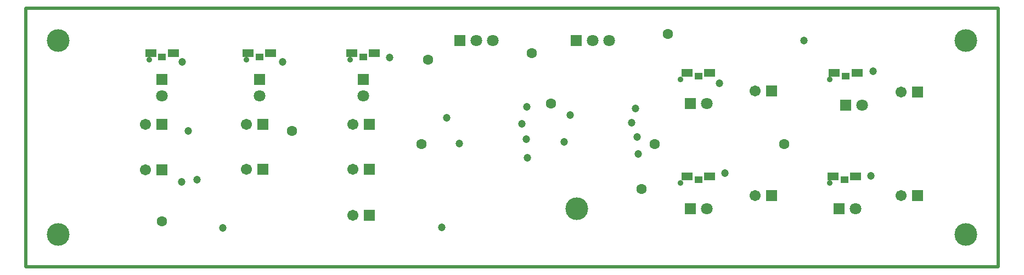
<source format=gbs>
G04*
G04 #@! TF.GenerationSoftware,Altium Limited,Altium Designer,21.7.1 (17)*
G04*
G04 Layer_Color=16711935*
%FSLAX25Y25*%
%MOIN*%
G70*
G04*
G04 #@! TF.SameCoordinates,69AEE675-6442-4B96-895B-D7522D75E31D*
G04*
G04*
G04 #@! TF.FilePolarity,Negative*
G04*
G01*
G75*
%ADD11C,0.01968*%
%ADD40R,0.07099X0.07099*%
%ADD41C,0.07099*%
%ADD42C,0.13800*%
%ADD43R,0.07099X0.07099*%
%ADD44C,0.07099*%
%ADD45R,0.07099X0.07099*%
%ADD46C,0.06706*%
%ADD47R,0.06706X0.06706*%
%ADD48C,0.04737*%
%ADD49C,0.06312*%
%ADD50C,0.03556*%
%ADD65R,0.04737X0.04343*%
%ADD66R,0.06706X0.04737*%
D11*
X0Y0D02*
X590551Y0D01*
X0Y-157480D02*
Y0D01*
X590551Y-157480D02*
Y0D01*
X0Y-157480D02*
X590551Y-157480D01*
D40*
X204724Y-43307D02*
D03*
X141732D02*
D03*
X82677D02*
D03*
D41*
X204724Y-53307D02*
D03*
X507874Y-59055D02*
D03*
X503937Y-122047D02*
D03*
X413386D02*
D03*
X413386Y-58194D02*
D03*
X141732Y-53307D02*
D03*
X82677D02*
D03*
D42*
X334646Y-122047D02*
D03*
X570866Y-137795D02*
D03*
Y-19685D02*
D03*
X19685Y-137795D02*
D03*
Y-19685D02*
D03*
D43*
X497874Y-59055D02*
D03*
X493937Y-122047D02*
D03*
X403386D02*
D03*
X403386Y-58194D02*
D03*
D44*
X283465Y-19685D02*
D03*
X273465D02*
D03*
X354331D02*
D03*
X344331D02*
D03*
D45*
X263465D02*
D03*
X334331D02*
D03*
D46*
X531496Y-51181D02*
D03*
X442756Y-114173D02*
D03*
X531496D02*
D03*
X442756Y-50320D02*
D03*
X198661Y-70866D02*
D03*
X133858D02*
D03*
X72677D02*
D03*
Y-98425D02*
D03*
X198661Y-98183D02*
D03*
X133910D02*
D03*
X198661Y-125984D02*
D03*
D47*
X541496Y-51181D02*
D03*
X452756Y-114173D02*
D03*
X541496D02*
D03*
X452756Y-50320D02*
D03*
X208661Y-70866D02*
D03*
X143858D02*
D03*
X82677D02*
D03*
Y-98425D02*
D03*
X208661Y-98183D02*
D03*
X143910D02*
D03*
X208661Y-125984D02*
D03*
D48*
X513358Y-102068D02*
D03*
X514478Y-38370D02*
D03*
X424601Y-100528D02*
D03*
X421241Y-45790D02*
D03*
X98410Y-74909D02*
D03*
X103729Y-104308D02*
D03*
X94630Y-105848D02*
D03*
X119409Y-133707D02*
D03*
X220766Y-30110D02*
D03*
X155948Y-32630D02*
D03*
X94910Y-32910D02*
D03*
X252685Y-133567D02*
D03*
X263185Y-82609D02*
D03*
X255485Y-66929D02*
D03*
X304204Y-60209D02*
D03*
X301124Y-70569D02*
D03*
X304484Y-91009D02*
D03*
X303784Y-79669D02*
D03*
X326744Y-81489D02*
D03*
X330523Y-64969D02*
D03*
X370142Y-61189D02*
D03*
X367762Y-69729D02*
D03*
X371122Y-78549D02*
D03*
X371962Y-88909D02*
D03*
X472441Y-19685D02*
D03*
D49*
X460630Y-82677D02*
D03*
X374016Y-110236D02*
D03*
X381890Y-82677D02*
D03*
X389764Y-15748D02*
D03*
X244094Y-31496D02*
D03*
X307087Y-27559D02*
D03*
X318898Y-58194D02*
D03*
X240158Y-82677D02*
D03*
X161417Y-74803D02*
D03*
X82677Y-129921D02*
D03*
D50*
X397638Y-43419D02*
D03*
X488189Y-43307D02*
D03*
X397638Y-106299D02*
D03*
X488189D02*
D03*
X74803Y-31496D02*
D03*
X133858D02*
D03*
X196850D02*
D03*
D65*
X497874Y-41535D02*
D03*
X497047Y-104527D02*
D03*
X408465D02*
D03*
Y-41535D02*
D03*
X204724Y-29724D02*
D03*
X141732D02*
D03*
X82677D02*
D03*
D66*
X490984Y-39370D02*
D03*
X504764D02*
D03*
X490158Y-102362D02*
D03*
X503937D02*
D03*
X401575D02*
D03*
X415354D02*
D03*
X401575Y-39370D02*
D03*
X415354D02*
D03*
X211614Y-27559D02*
D03*
X197835D02*
D03*
X148622D02*
D03*
X134843D02*
D03*
X89567D02*
D03*
X75787D02*
D03*
M02*

</source>
